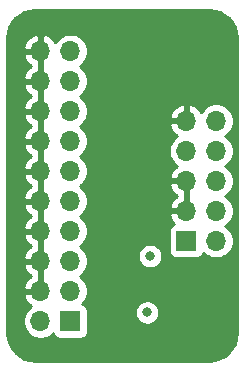
<source format=gbr>
%TF.GenerationSoftware,KiCad,Pcbnew,(5.1.9)-1*%
%TF.CreationDate,2021-11-16T01:46:06-03:00*%
%TF.ProjectId,20-10-adapter,32302d31-302d-4616-9461-707465722e6b,rev?*%
%TF.SameCoordinates,Original*%
%TF.FileFunction,Copper,L2,Inr*%
%TF.FilePolarity,Positive*%
%FSLAX46Y46*%
G04 Gerber Fmt 4.6, Leading zero omitted, Abs format (unit mm)*
G04 Created by KiCad (PCBNEW (5.1.9)-1) date 2021-11-16 01:46:06*
%MOMM*%
%LPD*%
G01*
G04 APERTURE LIST*
%TA.AperFunction,ComponentPad*%
%ADD10R,1.700000X1.700000*%
%TD*%
%TA.AperFunction,ComponentPad*%
%ADD11O,1.700000X1.700000*%
%TD*%
%TA.AperFunction,ViaPad*%
%ADD12C,0.800000*%
%TD*%
%TA.AperFunction,Conductor*%
%ADD13C,0.254000*%
%TD*%
%TA.AperFunction,Conductor*%
%ADD14C,0.100000*%
%TD*%
G04 APERTURE END LIST*
D10*
%TO.N,SWD1*%
%TO.C,J2*%
X126000000Y-79000000D03*
D11*
X123460000Y-79000000D03*
%TO.N,Net-(J2-Pad3)*%
X126000000Y-76460000D03*
%TO.N,GND*%
X123460000Y-76460000D03*
%TO.N,Net-(J2-Pad5)*%
X126000000Y-73920000D03*
%TO.N,GND*%
X123460000Y-73920000D03*
%TO.N,SWD2*%
X126000000Y-71380000D03*
%TO.N,GND*%
X123460000Y-71380000D03*
%TO.N,SWD4*%
X126000000Y-68840000D03*
%TO.N,GND*%
X123460000Y-68840000D03*
%TO.N,Net-(J2-Pad11)*%
X126000000Y-66300000D03*
%TO.N,GND*%
X123460000Y-66300000D03*
%TO.N,SWD6*%
X126000000Y-63760000D03*
%TO.N,GND*%
X123460000Y-63760000D03*
%TO.N,SWD10*%
X126000000Y-61220000D03*
%TO.N,GND*%
X123460000Y-61220000D03*
%TO.N,Net-(J2-Pad17)*%
X126000000Y-58680000D03*
%TO.N,GND*%
X123460000Y-58680000D03*
%TO.N,Net-(J2-Pad19)*%
X126000000Y-56140000D03*
%TO.N,GND*%
X123460000Y-56140000D03*
%TD*%
D10*
%TO.N,SWD1*%
%TO.C,J1*%
X135800000Y-72200000D03*
D11*
%TO.N,SWD2*%
X138340000Y-72200000D03*
%TO.N,GND*%
X135800000Y-69660000D03*
%TO.N,SWD4*%
X138340000Y-69660000D03*
%TO.N,GND*%
X135800000Y-67120000D03*
%TO.N,SWD6*%
X138340000Y-67120000D03*
%TO.N,Net-(J1-Pad7)*%
X135800000Y-64580000D03*
%TO.N,Net-(J1-Pad8)*%
X138340000Y-64580000D03*
%TO.N,GND*%
X135800000Y-62040000D03*
%TO.N,SWD10*%
X138340000Y-62040000D03*
%TD*%
D12*
%TO.N,GND*%
X121700000Y-76500000D03*
X121600000Y-73900000D03*
X121700000Y-71400000D03*
X121700000Y-68900000D03*
X121700000Y-66300000D03*
X121700000Y-63800000D03*
X121700000Y-61200000D03*
X121700000Y-58700000D03*
X121700000Y-56100000D03*
X132000000Y-63000000D03*
X139000000Y-80500000D03*
X139000000Y-77500000D03*
X131000000Y-68000000D03*
X131000000Y-55500000D03*
X138500000Y-55500000D03*
X138500000Y-59000000D03*
X131000000Y-59000000D03*
X135000000Y-80500000D03*
X134750000Y-55500000D03*
%TO.N,SWD1*%
X132500000Y-78250000D03*
X132750000Y-73500000D03*
%TD*%
D13*
%TO.N,GND*%
X138203893Y-52707670D02*
X138640498Y-52839489D01*
X139043185Y-53053600D01*
X139396612Y-53341848D01*
X139687327Y-53693261D01*
X139904242Y-54094439D01*
X140039106Y-54530113D01*
X140090000Y-55014344D01*
X140090001Y-79967711D01*
X140042330Y-80453894D01*
X139910512Y-80890497D01*
X139696399Y-81293186D01*
X139408150Y-81646613D01*
X139056739Y-81937327D01*
X138655564Y-82154240D01*
X138219886Y-82289106D01*
X137735664Y-82340000D01*
X123032279Y-82340000D01*
X122546106Y-82292330D01*
X122109503Y-82160512D01*
X121706814Y-81946399D01*
X121353387Y-81658150D01*
X121062673Y-81306739D01*
X120845760Y-80905564D01*
X120710894Y-80469886D01*
X120660000Y-79985664D01*
X120660000Y-78853740D01*
X121975000Y-78853740D01*
X121975000Y-79146260D01*
X122032068Y-79433158D01*
X122144010Y-79703411D01*
X122306525Y-79946632D01*
X122513368Y-80153475D01*
X122756589Y-80315990D01*
X123026842Y-80427932D01*
X123313740Y-80485000D01*
X123606260Y-80485000D01*
X123893158Y-80427932D01*
X124163411Y-80315990D01*
X124406632Y-80153475D01*
X124538487Y-80021620D01*
X124560498Y-80094180D01*
X124619463Y-80204494D01*
X124698815Y-80301185D01*
X124795506Y-80380537D01*
X124905820Y-80439502D01*
X125025518Y-80475812D01*
X125150000Y-80488072D01*
X126850000Y-80488072D01*
X126974482Y-80475812D01*
X127094180Y-80439502D01*
X127204494Y-80380537D01*
X127301185Y-80301185D01*
X127380537Y-80204494D01*
X127439502Y-80094180D01*
X127475812Y-79974482D01*
X127488072Y-79850000D01*
X127488072Y-78150000D01*
X127487882Y-78148061D01*
X131465000Y-78148061D01*
X131465000Y-78351939D01*
X131504774Y-78551898D01*
X131582795Y-78740256D01*
X131696063Y-78909774D01*
X131840226Y-79053937D01*
X132009744Y-79167205D01*
X132198102Y-79245226D01*
X132398061Y-79285000D01*
X132601939Y-79285000D01*
X132801898Y-79245226D01*
X132990256Y-79167205D01*
X133159774Y-79053937D01*
X133303937Y-78909774D01*
X133417205Y-78740256D01*
X133495226Y-78551898D01*
X133535000Y-78351939D01*
X133535000Y-78148061D01*
X133495226Y-77948102D01*
X133417205Y-77759744D01*
X133303937Y-77590226D01*
X133159774Y-77446063D01*
X132990256Y-77332795D01*
X132801898Y-77254774D01*
X132601939Y-77215000D01*
X132398061Y-77215000D01*
X132198102Y-77254774D01*
X132009744Y-77332795D01*
X131840226Y-77446063D01*
X131696063Y-77590226D01*
X131582795Y-77759744D01*
X131504774Y-77948102D01*
X131465000Y-78148061D01*
X127487882Y-78148061D01*
X127475812Y-78025518D01*
X127439502Y-77905820D01*
X127380537Y-77795506D01*
X127301185Y-77698815D01*
X127204494Y-77619463D01*
X127094180Y-77560498D01*
X127021620Y-77538487D01*
X127153475Y-77406632D01*
X127315990Y-77163411D01*
X127427932Y-76893158D01*
X127485000Y-76606260D01*
X127485000Y-76313740D01*
X127427932Y-76026842D01*
X127315990Y-75756589D01*
X127153475Y-75513368D01*
X126946632Y-75306525D01*
X126772240Y-75190000D01*
X126946632Y-75073475D01*
X127153475Y-74866632D01*
X127315990Y-74623411D01*
X127427932Y-74353158D01*
X127485000Y-74066260D01*
X127485000Y-73773740D01*
X127427932Y-73486842D01*
X127391158Y-73398061D01*
X131715000Y-73398061D01*
X131715000Y-73601939D01*
X131754774Y-73801898D01*
X131832795Y-73990256D01*
X131946063Y-74159774D01*
X132090226Y-74303937D01*
X132259744Y-74417205D01*
X132448102Y-74495226D01*
X132648061Y-74535000D01*
X132851939Y-74535000D01*
X133051898Y-74495226D01*
X133240256Y-74417205D01*
X133409774Y-74303937D01*
X133553937Y-74159774D01*
X133667205Y-73990256D01*
X133745226Y-73801898D01*
X133785000Y-73601939D01*
X133785000Y-73398061D01*
X133745226Y-73198102D01*
X133667205Y-73009744D01*
X133553937Y-72840226D01*
X133409774Y-72696063D01*
X133240256Y-72582795D01*
X133051898Y-72504774D01*
X132851939Y-72465000D01*
X132648061Y-72465000D01*
X132448102Y-72504774D01*
X132259744Y-72582795D01*
X132090226Y-72696063D01*
X131946063Y-72840226D01*
X131832795Y-73009744D01*
X131754774Y-73198102D01*
X131715000Y-73398061D01*
X127391158Y-73398061D01*
X127315990Y-73216589D01*
X127153475Y-72973368D01*
X126946632Y-72766525D01*
X126772240Y-72650000D01*
X126946632Y-72533475D01*
X127153475Y-72326632D01*
X127315990Y-72083411D01*
X127427932Y-71813158D01*
X127485000Y-71526260D01*
X127485000Y-71350000D01*
X134311928Y-71350000D01*
X134311928Y-73050000D01*
X134324188Y-73174482D01*
X134360498Y-73294180D01*
X134419463Y-73404494D01*
X134498815Y-73501185D01*
X134595506Y-73580537D01*
X134705820Y-73639502D01*
X134825518Y-73675812D01*
X134950000Y-73688072D01*
X136650000Y-73688072D01*
X136774482Y-73675812D01*
X136894180Y-73639502D01*
X137004494Y-73580537D01*
X137101185Y-73501185D01*
X137180537Y-73404494D01*
X137239502Y-73294180D01*
X137261513Y-73221620D01*
X137393368Y-73353475D01*
X137636589Y-73515990D01*
X137906842Y-73627932D01*
X138193740Y-73685000D01*
X138486260Y-73685000D01*
X138773158Y-73627932D01*
X139043411Y-73515990D01*
X139286632Y-73353475D01*
X139493475Y-73146632D01*
X139655990Y-72903411D01*
X139767932Y-72633158D01*
X139825000Y-72346260D01*
X139825000Y-72053740D01*
X139767932Y-71766842D01*
X139655990Y-71496589D01*
X139493475Y-71253368D01*
X139286632Y-71046525D01*
X139112240Y-70930000D01*
X139286632Y-70813475D01*
X139493475Y-70606632D01*
X139655990Y-70363411D01*
X139767932Y-70093158D01*
X139825000Y-69806260D01*
X139825000Y-69513740D01*
X139767932Y-69226842D01*
X139655990Y-68956589D01*
X139493475Y-68713368D01*
X139286632Y-68506525D01*
X139112240Y-68390000D01*
X139286632Y-68273475D01*
X139493475Y-68066632D01*
X139655990Y-67823411D01*
X139767932Y-67553158D01*
X139825000Y-67266260D01*
X139825000Y-66973740D01*
X139767932Y-66686842D01*
X139655990Y-66416589D01*
X139493475Y-66173368D01*
X139286632Y-65966525D01*
X139112240Y-65850000D01*
X139286632Y-65733475D01*
X139493475Y-65526632D01*
X139655990Y-65283411D01*
X139767932Y-65013158D01*
X139825000Y-64726260D01*
X139825000Y-64433740D01*
X139767932Y-64146842D01*
X139655990Y-63876589D01*
X139493475Y-63633368D01*
X139286632Y-63426525D01*
X139112240Y-63310000D01*
X139286632Y-63193475D01*
X139493475Y-62986632D01*
X139655990Y-62743411D01*
X139767932Y-62473158D01*
X139825000Y-62186260D01*
X139825000Y-61893740D01*
X139767932Y-61606842D01*
X139655990Y-61336589D01*
X139493475Y-61093368D01*
X139286632Y-60886525D01*
X139043411Y-60724010D01*
X138773158Y-60612068D01*
X138486260Y-60555000D01*
X138193740Y-60555000D01*
X137906842Y-60612068D01*
X137636589Y-60724010D01*
X137393368Y-60886525D01*
X137186525Y-61093368D01*
X137068900Y-61269406D01*
X136897588Y-61039731D01*
X136681355Y-60844822D01*
X136431252Y-60695843D01*
X136156891Y-60598519D01*
X135927000Y-60719186D01*
X135927000Y-61913000D01*
X135947000Y-61913000D01*
X135947000Y-62167000D01*
X135927000Y-62167000D01*
X135927000Y-62187000D01*
X135673000Y-62187000D01*
X135673000Y-62167000D01*
X134479845Y-62167000D01*
X134358524Y-62396890D01*
X134403175Y-62544099D01*
X134528359Y-62806920D01*
X134702412Y-63040269D01*
X134918645Y-63235178D01*
X135035534Y-63304805D01*
X134853368Y-63426525D01*
X134646525Y-63633368D01*
X134484010Y-63876589D01*
X134372068Y-64146842D01*
X134315000Y-64433740D01*
X134315000Y-64726260D01*
X134372068Y-65013158D01*
X134484010Y-65283411D01*
X134646525Y-65526632D01*
X134853368Y-65733475D01*
X135035534Y-65855195D01*
X134918645Y-65924822D01*
X134702412Y-66119731D01*
X134528359Y-66353080D01*
X134403175Y-66615901D01*
X134358524Y-66763110D01*
X134479845Y-66993000D01*
X135673000Y-66993000D01*
X135673000Y-66973000D01*
X135927000Y-66973000D01*
X135927000Y-66993000D01*
X135947000Y-66993000D01*
X135947000Y-67247000D01*
X135927000Y-67247000D01*
X135927000Y-69533000D01*
X135947000Y-69533000D01*
X135947000Y-69787000D01*
X135927000Y-69787000D01*
X135927000Y-69807000D01*
X135673000Y-69807000D01*
X135673000Y-69787000D01*
X134479845Y-69787000D01*
X134358524Y-70016890D01*
X134403175Y-70164099D01*
X134528359Y-70426920D01*
X134702412Y-70660269D01*
X134786466Y-70736034D01*
X134705820Y-70760498D01*
X134595506Y-70819463D01*
X134498815Y-70898815D01*
X134419463Y-70995506D01*
X134360498Y-71105820D01*
X134324188Y-71225518D01*
X134311928Y-71350000D01*
X127485000Y-71350000D01*
X127485000Y-71233740D01*
X127427932Y-70946842D01*
X127315990Y-70676589D01*
X127153475Y-70433368D01*
X126946632Y-70226525D01*
X126772240Y-70110000D01*
X126946632Y-69993475D01*
X127153475Y-69786632D01*
X127315990Y-69543411D01*
X127427932Y-69273158D01*
X127485000Y-68986260D01*
X127485000Y-68693740D01*
X127427932Y-68406842D01*
X127315990Y-68136589D01*
X127153475Y-67893368D01*
X126946632Y-67686525D01*
X126772240Y-67570000D01*
X126911588Y-67476890D01*
X134358524Y-67476890D01*
X134403175Y-67624099D01*
X134528359Y-67886920D01*
X134702412Y-68120269D01*
X134918645Y-68315178D01*
X135044255Y-68390000D01*
X134918645Y-68464822D01*
X134702412Y-68659731D01*
X134528359Y-68893080D01*
X134403175Y-69155901D01*
X134358524Y-69303110D01*
X134479845Y-69533000D01*
X135673000Y-69533000D01*
X135673000Y-67247000D01*
X134479845Y-67247000D01*
X134358524Y-67476890D01*
X126911588Y-67476890D01*
X126946632Y-67453475D01*
X127153475Y-67246632D01*
X127315990Y-67003411D01*
X127427932Y-66733158D01*
X127485000Y-66446260D01*
X127485000Y-66153740D01*
X127427932Y-65866842D01*
X127315990Y-65596589D01*
X127153475Y-65353368D01*
X126946632Y-65146525D01*
X126772240Y-65030000D01*
X126946632Y-64913475D01*
X127153475Y-64706632D01*
X127315990Y-64463411D01*
X127427932Y-64193158D01*
X127485000Y-63906260D01*
X127485000Y-63613740D01*
X127427932Y-63326842D01*
X127315990Y-63056589D01*
X127153475Y-62813368D01*
X126946632Y-62606525D01*
X126772240Y-62490000D01*
X126946632Y-62373475D01*
X127153475Y-62166632D01*
X127315990Y-61923411D01*
X127415525Y-61683110D01*
X134358524Y-61683110D01*
X134479845Y-61913000D01*
X135673000Y-61913000D01*
X135673000Y-60719186D01*
X135443109Y-60598519D01*
X135168748Y-60695843D01*
X134918645Y-60844822D01*
X134702412Y-61039731D01*
X134528359Y-61273080D01*
X134403175Y-61535901D01*
X134358524Y-61683110D01*
X127415525Y-61683110D01*
X127427932Y-61653158D01*
X127485000Y-61366260D01*
X127485000Y-61073740D01*
X127427932Y-60786842D01*
X127315990Y-60516589D01*
X127153475Y-60273368D01*
X126946632Y-60066525D01*
X126772240Y-59950000D01*
X126946632Y-59833475D01*
X127153475Y-59626632D01*
X127315990Y-59383411D01*
X127427932Y-59113158D01*
X127485000Y-58826260D01*
X127485000Y-58533740D01*
X127427932Y-58246842D01*
X127315990Y-57976589D01*
X127153475Y-57733368D01*
X126946632Y-57526525D01*
X126772240Y-57410000D01*
X126946632Y-57293475D01*
X127153475Y-57086632D01*
X127315990Y-56843411D01*
X127427932Y-56573158D01*
X127485000Y-56286260D01*
X127485000Y-55993740D01*
X127427932Y-55706842D01*
X127315990Y-55436589D01*
X127153475Y-55193368D01*
X126946632Y-54986525D01*
X126703411Y-54824010D01*
X126433158Y-54712068D01*
X126146260Y-54655000D01*
X125853740Y-54655000D01*
X125566842Y-54712068D01*
X125296589Y-54824010D01*
X125053368Y-54986525D01*
X124846525Y-55193368D01*
X124728900Y-55369406D01*
X124557588Y-55139731D01*
X124341355Y-54944822D01*
X124091252Y-54795843D01*
X123816891Y-54698519D01*
X123587000Y-54819186D01*
X123587000Y-56013000D01*
X123607000Y-56013000D01*
X123607000Y-56267000D01*
X123587000Y-56267000D01*
X123587000Y-58553000D01*
X123607000Y-58553000D01*
X123607000Y-58807000D01*
X123587000Y-58807000D01*
X123587000Y-61093000D01*
X123607000Y-61093000D01*
X123607000Y-61347000D01*
X123587000Y-61347000D01*
X123587000Y-63633000D01*
X123607000Y-63633000D01*
X123607000Y-63887000D01*
X123587000Y-63887000D01*
X123587000Y-66173000D01*
X123607000Y-66173000D01*
X123607000Y-66427000D01*
X123587000Y-66427000D01*
X123587000Y-68713000D01*
X123607000Y-68713000D01*
X123607000Y-68967000D01*
X123587000Y-68967000D01*
X123587000Y-71253000D01*
X123607000Y-71253000D01*
X123607000Y-71507000D01*
X123587000Y-71507000D01*
X123587000Y-73793000D01*
X123607000Y-73793000D01*
X123607000Y-74047000D01*
X123587000Y-74047000D01*
X123587000Y-76333000D01*
X123607000Y-76333000D01*
X123607000Y-76587000D01*
X123587000Y-76587000D01*
X123587000Y-76607000D01*
X123333000Y-76607000D01*
X123333000Y-76587000D01*
X122139845Y-76587000D01*
X122018524Y-76816890D01*
X122063175Y-76964099D01*
X122188359Y-77226920D01*
X122362412Y-77460269D01*
X122578645Y-77655178D01*
X122695534Y-77724805D01*
X122513368Y-77846525D01*
X122306525Y-78053368D01*
X122144010Y-78296589D01*
X122032068Y-78566842D01*
X121975000Y-78853740D01*
X120660000Y-78853740D01*
X120660000Y-74276890D01*
X122018524Y-74276890D01*
X122063175Y-74424099D01*
X122188359Y-74686920D01*
X122362412Y-74920269D01*
X122578645Y-75115178D01*
X122704255Y-75190000D01*
X122578645Y-75264822D01*
X122362412Y-75459731D01*
X122188359Y-75693080D01*
X122063175Y-75955901D01*
X122018524Y-76103110D01*
X122139845Y-76333000D01*
X123333000Y-76333000D01*
X123333000Y-74047000D01*
X122139845Y-74047000D01*
X122018524Y-74276890D01*
X120660000Y-74276890D01*
X120660000Y-71736890D01*
X122018524Y-71736890D01*
X122063175Y-71884099D01*
X122188359Y-72146920D01*
X122362412Y-72380269D01*
X122578645Y-72575178D01*
X122704255Y-72650000D01*
X122578645Y-72724822D01*
X122362412Y-72919731D01*
X122188359Y-73153080D01*
X122063175Y-73415901D01*
X122018524Y-73563110D01*
X122139845Y-73793000D01*
X123333000Y-73793000D01*
X123333000Y-71507000D01*
X122139845Y-71507000D01*
X122018524Y-71736890D01*
X120660000Y-71736890D01*
X120660000Y-69196890D01*
X122018524Y-69196890D01*
X122063175Y-69344099D01*
X122188359Y-69606920D01*
X122362412Y-69840269D01*
X122578645Y-70035178D01*
X122704255Y-70110000D01*
X122578645Y-70184822D01*
X122362412Y-70379731D01*
X122188359Y-70613080D01*
X122063175Y-70875901D01*
X122018524Y-71023110D01*
X122139845Y-71253000D01*
X123333000Y-71253000D01*
X123333000Y-68967000D01*
X122139845Y-68967000D01*
X122018524Y-69196890D01*
X120660000Y-69196890D01*
X120660000Y-66656890D01*
X122018524Y-66656890D01*
X122063175Y-66804099D01*
X122188359Y-67066920D01*
X122362412Y-67300269D01*
X122578645Y-67495178D01*
X122704255Y-67570000D01*
X122578645Y-67644822D01*
X122362412Y-67839731D01*
X122188359Y-68073080D01*
X122063175Y-68335901D01*
X122018524Y-68483110D01*
X122139845Y-68713000D01*
X123333000Y-68713000D01*
X123333000Y-66427000D01*
X122139845Y-66427000D01*
X122018524Y-66656890D01*
X120660000Y-66656890D01*
X120660000Y-64116890D01*
X122018524Y-64116890D01*
X122063175Y-64264099D01*
X122188359Y-64526920D01*
X122362412Y-64760269D01*
X122578645Y-64955178D01*
X122704255Y-65030000D01*
X122578645Y-65104822D01*
X122362412Y-65299731D01*
X122188359Y-65533080D01*
X122063175Y-65795901D01*
X122018524Y-65943110D01*
X122139845Y-66173000D01*
X123333000Y-66173000D01*
X123333000Y-63887000D01*
X122139845Y-63887000D01*
X122018524Y-64116890D01*
X120660000Y-64116890D01*
X120660000Y-61576890D01*
X122018524Y-61576890D01*
X122063175Y-61724099D01*
X122188359Y-61986920D01*
X122362412Y-62220269D01*
X122578645Y-62415178D01*
X122704255Y-62490000D01*
X122578645Y-62564822D01*
X122362412Y-62759731D01*
X122188359Y-62993080D01*
X122063175Y-63255901D01*
X122018524Y-63403110D01*
X122139845Y-63633000D01*
X123333000Y-63633000D01*
X123333000Y-61347000D01*
X122139845Y-61347000D01*
X122018524Y-61576890D01*
X120660000Y-61576890D01*
X120660000Y-59036890D01*
X122018524Y-59036890D01*
X122063175Y-59184099D01*
X122188359Y-59446920D01*
X122362412Y-59680269D01*
X122578645Y-59875178D01*
X122704255Y-59950000D01*
X122578645Y-60024822D01*
X122362412Y-60219731D01*
X122188359Y-60453080D01*
X122063175Y-60715901D01*
X122018524Y-60863110D01*
X122139845Y-61093000D01*
X123333000Y-61093000D01*
X123333000Y-58807000D01*
X122139845Y-58807000D01*
X122018524Y-59036890D01*
X120660000Y-59036890D01*
X120660000Y-56496890D01*
X122018524Y-56496890D01*
X122063175Y-56644099D01*
X122188359Y-56906920D01*
X122362412Y-57140269D01*
X122578645Y-57335178D01*
X122704255Y-57410000D01*
X122578645Y-57484822D01*
X122362412Y-57679731D01*
X122188359Y-57913080D01*
X122063175Y-58175901D01*
X122018524Y-58323110D01*
X122139845Y-58553000D01*
X123333000Y-58553000D01*
X123333000Y-56267000D01*
X122139845Y-56267000D01*
X122018524Y-56496890D01*
X120660000Y-56496890D01*
X120660000Y-55783110D01*
X122018524Y-55783110D01*
X122139845Y-56013000D01*
X123333000Y-56013000D01*
X123333000Y-54819186D01*
X123103109Y-54698519D01*
X122828748Y-54795843D01*
X122578645Y-54944822D01*
X122362412Y-55139731D01*
X122188359Y-55373080D01*
X122063175Y-55635901D01*
X122018524Y-55783110D01*
X120660000Y-55783110D01*
X120660000Y-55032279D01*
X120707670Y-54546107D01*
X120839489Y-54109502D01*
X121053600Y-53706815D01*
X121341848Y-53353388D01*
X121693261Y-53062673D01*
X122094439Y-52845758D01*
X122530113Y-52710894D01*
X123014344Y-52660000D01*
X137717721Y-52660000D01*
X138203893Y-52707670D01*
%TA.AperFunction,Conductor*%
D14*
G36*
X138203893Y-52707670D02*
G01*
X138640498Y-52839489D01*
X139043185Y-53053600D01*
X139396612Y-53341848D01*
X139687327Y-53693261D01*
X139904242Y-54094439D01*
X140039106Y-54530113D01*
X140090000Y-55014344D01*
X140090001Y-79967711D01*
X140042330Y-80453894D01*
X139910512Y-80890497D01*
X139696399Y-81293186D01*
X139408150Y-81646613D01*
X139056739Y-81937327D01*
X138655564Y-82154240D01*
X138219886Y-82289106D01*
X137735664Y-82340000D01*
X123032279Y-82340000D01*
X122546106Y-82292330D01*
X122109503Y-82160512D01*
X121706814Y-81946399D01*
X121353387Y-81658150D01*
X121062673Y-81306739D01*
X120845760Y-80905564D01*
X120710894Y-80469886D01*
X120660000Y-79985664D01*
X120660000Y-78853740D01*
X121975000Y-78853740D01*
X121975000Y-79146260D01*
X122032068Y-79433158D01*
X122144010Y-79703411D01*
X122306525Y-79946632D01*
X122513368Y-80153475D01*
X122756589Y-80315990D01*
X123026842Y-80427932D01*
X123313740Y-80485000D01*
X123606260Y-80485000D01*
X123893158Y-80427932D01*
X124163411Y-80315990D01*
X124406632Y-80153475D01*
X124538487Y-80021620D01*
X124560498Y-80094180D01*
X124619463Y-80204494D01*
X124698815Y-80301185D01*
X124795506Y-80380537D01*
X124905820Y-80439502D01*
X125025518Y-80475812D01*
X125150000Y-80488072D01*
X126850000Y-80488072D01*
X126974482Y-80475812D01*
X127094180Y-80439502D01*
X127204494Y-80380537D01*
X127301185Y-80301185D01*
X127380537Y-80204494D01*
X127439502Y-80094180D01*
X127475812Y-79974482D01*
X127488072Y-79850000D01*
X127488072Y-78150000D01*
X127487882Y-78148061D01*
X131465000Y-78148061D01*
X131465000Y-78351939D01*
X131504774Y-78551898D01*
X131582795Y-78740256D01*
X131696063Y-78909774D01*
X131840226Y-79053937D01*
X132009744Y-79167205D01*
X132198102Y-79245226D01*
X132398061Y-79285000D01*
X132601939Y-79285000D01*
X132801898Y-79245226D01*
X132990256Y-79167205D01*
X133159774Y-79053937D01*
X133303937Y-78909774D01*
X133417205Y-78740256D01*
X133495226Y-78551898D01*
X133535000Y-78351939D01*
X133535000Y-78148061D01*
X133495226Y-77948102D01*
X133417205Y-77759744D01*
X133303937Y-77590226D01*
X133159774Y-77446063D01*
X132990256Y-77332795D01*
X132801898Y-77254774D01*
X132601939Y-77215000D01*
X132398061Y-77215000D01*
X132198102Y-77254774D01*
X132009744Y-77332795D01*
X131840226Y-77446063D01*
X131696063Y-77590226D01*
X131582795Y-77759744D01*
X131504774Y-77948102D01*
X131465000Y-78148061D01*
X127487882Y-78148061D01*
X127475812Y-78025518D01*
X127439502Y-77905820D01*
X127380537Y-77795506D01*
X127301185Y-77698815D01*
X127204494Y-77619463D01*
X127094180Y-77560498D01*
X127021620Y-77538487D01*
X127153475Y-77406632D01*
X127315990Y-77163411D01*
X127427932Y-76893158D01*
X127485000Y-76606260D01*
X127485000Y-76313740D01*
X127427932Y-76026842D01*
X127315990Y-75756589D01*
X127153475Y-75513368D01*
X126946632Y-75306525D01*
X126772240Y-75190000D01*
X126946632Y-75073475D01*
X127153475Y-74866632D01*
X127315990Y-74623411D01*
X127427932Y-74353158D01*
X127485000Y-74066260D01*
X127485000Y-73773740D01*
X127427932Y-73486842D01*
X127391158Y-73398061D01*
X131715000Y-73398061D01*
X131715000Y-73601939D01*
X131754774Y-73801898D01*
X131832795Y-73990256D01*
X131946063Y-74159774D01*
X132090226Y-74303937D01*
X132259744Y-74417205D01*
X132448102Y-74495226D01*
X132648061Y-74535000D01*
X132851939Y-74535000D01*
X133051898Y-74495226D01*
X133240256Y-74417205D01*
X133409774Y-74303937D01*
X133553937Y-74159774D01*
X133667205Y-73990256D01*
X133745226Y-73801898D01*
X133785000Y-73601939D01*
X133785000Y-73398061D01*
X133745226Y-73198102D01*
X133667205Y-73009744D01*
X133553937Y-72840226D01*
X133409774Y-72696063D01*
X133240256Y-72582795D01*
X133051898Y-72504774D01*
X132851939Y-72465000D01*
X132648061Y-72465000D01*
X132448102Y-72504774D01*
X132259744Y-72582795D01*
X132090226Y-72696063D01*
X131946063Y-72840226D01*
X131832795Y-73009744D01*
X131754774Y-73198102D01*
X131715000Y-73398061D01*
X127391158Y-73398061D01*
X127315990Y-73216589D01*
X127153475Y-72973368D01*
X126946632Y-72766525D01*
X126772240Y-72650000D01*
X126946632Y-72533475D01*
X127153475Y-72326632D01*
X127315990Y-72083411D01*
X127427932Y-71813158D01*
X127485000Y-71526260D01*
X127485000Y-71350000D01*
X134311928Y-71350000D01*
X134311928Y-73050000D01*
X134324188Y-73174482D01*
X134360498Y-73294180D01*
X134419463Y-73404494D01*
X134498815Y-73501185D01*
X134595506Y-73580537D01*
X134705820Y-73639502D01*
X134825518Y-73675812D01*
X134950000Y-73688072D01*
X136650000Y-73688072D01*
X136774482Y-73675812D01*
X136894180Y-73639502D01*
X137004494Y-73580537D01*
X137101185Y-73501185D01*
X137180537Y-73404494D01*
X137239502Y-73294180D01*
X137261513Y-73221620D01*
X137393368Y-73353475D01*
X137636589Y-73515990D01*
X137906842Y-73627932D01*
X138193740Y-73685000D01*
X138486260Y-73685000D01*
X138773158Y-73627932D01*
X139043411Y-73515990D01*
X139286632Y-73353475D01*
X139493475Y-73146632D01*
X139655990Y-72903411D01*
X139767932Y-72633158D01*
X139825000Y-72346260D01*
X139825000Y-72053740D01*
X139767932Y-71766842D01*
X139655990Y-71496589D01*
X139493475Y-71253368D01*
X139286632Y-71046525D01*
X139112240Y-70930000D01*
X139286632Y-70813475D01*
X139493475Y-70606632D01*
X139655990Y-70363411D01*
X139767932Y-70093158D01*
X139825000Y-69806260D01*
X139825000Y-69513740D01*
X139767932Y-69226842D01*
X139655990Y-68956589D01*
X139493475Y-68713368D01*
X139286632Y-68506525D01*
X139112240Y-68390000D01*
X139286632Y-68273475D01*
X139493475Y-68066632D01*
X139655990Y-67823411D01*
X139767932Y-67553158D01*
X139825000Y-67266260D01*
X139825000Y-66973740D01*
X139767932Y-66686842D01*
X139655990Y-66416589D01*
X139493475Y-66173368D01*
X139286632Y-65966525D01*
X139112240Y-65850000D01*
X139286632Y-65733475D01*
X139493475Y-65526632D01*
X139655990Y-65283411D01*
X139767932Y-65013158D01*
X139825000Y-64726260D01*
X139825000Y-64433740D01*
X139767932Y-64146842D01*
X139655990Y-63876589D01*
X139493475Y-63633368D01*
X139286632Y-63426525D01*
X139112240Y-63310000D01*
X139286632Y-63193475D01*
X139493475Y-62986632D01*
X139655990Y-62743411D01*
X139767932Y-62473158D01*
X139825000Y-62186260D01*
X139825000Y-61893740D01*
X139767932Y-61606842D01*
X139655990Y-61336589D01*
X139493475Y-61093368D01*
X139286632Y-60886525D01*
X139043411Y-60724010D01*
X138773158Y-60612068D01*
X138486260Y-60555000D01*
X138193740Y-60555000D01*
X137906842Y-60612068D01*
X137636589Y-60724010D01*
X137393368Y-60886525D01*
X137186525Y-61093368D01*
X137068900Y-61269406D01*
X136897588Y-61039731D01*
X136681355Y-60844822D01*
X136431252Y-60695843D01*
X136156891Y-60598519D01*
X135927000Y-60719186D01*
X135927000Y-61913000D01*
X135947000Y-61913000D01*
X135947000Y-62167000D01*
X135927000Y-62167000D01*
X135927000Y-62187000D01*
X135673000Y-62187000D01*
X135673000Y-62167000D01*
X134479845Y-62167000D01*
X134358524Y-62396890D01*
X134403175Y-62544099D01*
X134528359Y-62806920D01*
X134702412Y-63040269D01*
X134918645Y-63235178D01*
X135035534Y-63304805D01*
X134853368Y-63426525D01*
X134646525Y-63633368D01*
X134484010Y-63876589D01*
X134372068Y-64146842D01*
X134315000Y-64433740D01*
X134315000Y-64726260D01*
X134372068Y-65013158D01*
X134484010Y-65283411D01*
X134646525Y-65526632D01*
X134853368Y-65733475D01*
X135035534Y-65855195D01*
X134918645Y-65924822D01*
X134702412Y-66119731D01*
X134528359Y-66353080D01*
X134403175Y-66615901D01*
X134358524Y-66763110D01*
X134479845Y-66993000D01*
X135673000Y-66993000D01*
X135673000Y-66973000D01*
X135927000Y-66973000D01*
X135927000Y-66993000D01*
X135947000Y-66993000D01*
X135947000Y-67247000D01*
X135927000Y-67247000D01*
X135927000Y-69533000D01*
X135947000Y-69533000D01*
X135947000Y-69787000D01*
X135927000Y-69787000D01*
X135927000Y-69807000D01*
X135673000Y-69807000D01*
X135673000Y-69787000D01*
X134479845Y-69787000D01*
X134358524Y-70016890D01*
X134403175Y-70164099D01*
X134528359Y-70426920D01*
X134702412Y-70660269D01*
X134786466Y-70736034D01*
X134705820Y-70760498D01*
X134595506Y-70819463D01*
X134498815Y-70898815D01*
X134419463Y-70995506D01*
X134360498Y-71105820D01*
X134324188Y-71225518D01*
X134311928Y-71350000D01*
X127485000Y-71350000D01*
X127485000Y-71233740D01*
X127427932Y-70946842D01*
X127315990Y-70676589D01*
X127153475Y-70433368D01*
X126946632Y-70226525D01*
X126772240Y-70110000D01*
X126946632Y-69993475D01*
X127153475Y-69786632D01*
X127315990Y-69543411D01*
X127427932Y-69273158D01*
X127485000Y-68986260D01*
X127485000Y-68693740D01*
X127427932Y-68406842D01*
X127315990Y-68136589D01*
X127153475Y-67893368D01*
X126946632Y-67686525D01*
X126772240Y-67570000D01*
X126911588Y-67476890D01*
X134358524Y-67476890D01*
X134403175Y-67624099D01*
X134528359Y-67886920D01*
X134702412Y-68120269D01*
X134918645Y-68315178D01*
X135044255Y-68390000D01*
X134918645Y-68464822D01*
X134702412Y-68659731D01*
X134528359Y-68893080D01*
X134403175Y-69155901D01*
X134358524Y-69303110D01*
X134479845Y-69533000D01*
X135673000Y-69533000D01*
X135673000Y-67247000D01*
X134479845Y-67247000D01*
X134358524Y-67476890D01*
X126911588Y-67476890D01*
X126946632Y-67453475D01*
X127153475Y-67246632D01*
X127315990Y-67003411D01*
X127427932Y-66733158D01*
X127485000Y-66446260D01*
X127485000Y-66153740D01*
X127427932Y-65866842D01*
X127315990Y-65596589D01*
X127153475Y-65353368D01*
X126946632Y-65146525D01*
X126772240Y-65030000D01*
X126946632Y-64913475D01*
X127153475Y-64706632D01*
X127315990Y-64463411D01*
X127427932Y-64193158D01*
X127485000Y-63906260D01*
X127485000Y-63613740D01*
X127427932Y-63326842D01*
X127315990Y-63056589D01*
X127153475Y-62813368D01*
X126946632Y-62606525D01*
X126772240Y-62490000D01*
X126946632Y-62373475D01*
X127153475Y-62166632D01*
X127315990Y-61923411D01*
X127415525Y-61683110D01*
X134358524Y-61683110D01*
X134479845Y-61913000D01*
X135673000Y-61913000D01*
X135673000Y-60719186D01*
X135443109Y-60598519D01*
X135168748Y-60695843D01*
X134918645Y-60844822D01*
X134702412Y-61039731D01*
X134528359Y-61273080D01*
X134403175Y-61535901D01*
X134358524Y-61683110D01*
X127415525Y-61683110D01*
X127427932Y-61653158D01*
X127485000Y-61366260D01*
X127485000Y-61073740D01*
X127427932Y-60786842D01*
X127315990Y-60516589D01*
X127153475Y-60273368D01*
X126946632Y-60066525D01*
X126772240Y-59950000D01*
X126946632Y-59833475D01*
X127153475Y-59626632D01*
X127315990Y-59383411D01*
X127427932Y-59113158D01*
X127485000Y-58826260D01*
X127485000Y-58533740D01*
X127427932Y-58246842D01*
X127315990Y-57976589D01*
X127153475Y-57733368D01*
X126946632Y-57526525D01*
X126772240Y-57410000D01*
X126946632Y-57293475D01*
X127153475Y-57086632D01*
X127315990Y-56843411D01*
X127427932Y-56573158D01*
X127485000Y-56286260D01*
X127485000Y-55993740D01*
X127427932Y-55706842D01*
X127315990Y-55436589D01*
X127153475Y-55193368D01*
X126946632Y-54986525D01*
X126703411Y-54824010D01*
X126433158Y-54712068D01*
X126146260Y-54655000D01*
X125853740Y-54655000D01*
X125566842Y-54712068D01*
X125296589Y-54824010D01*
X125053368Y-54986525D01*
X124846525Y-55193368D01*
X124728900Y-55369406D01*
X124557588Y-55139731D01*
X124341355Y-54944822D01*
X124091252Y-54795843D01*
X123816891Y-54698519D01*
X123587000Y-54819186D01*
X123587000Y-56013000D01*
X123607000Y-56013000D01*
X123607000Y-56267000D01*
X123587000Y-56267000D01*
X123587000Y-58553000D01*
X123607000Y-58553000D01*
X123607000Y-58807000D01*
X123587000Y-58807000D01*
X123587000Y-61093000D01*
X123607000Y-61093000D01*
X123607000Y-61347000D01*
X123587000Y-61347000D01*
X123587000Y-63633000D01*
X123607000Y-63633000D01*
X123607000Y-63887000D01*
X123587000Y-63887000D01*
X123587000Y-66173000D01*
X123607000Y-66173000D01*
X123607000Y-66427000D01*
X123587000Y-66427000D01*
X123587000Y-68713000D01*
X123607000Y-68713000D01*
X123607000Y-68967000D01*
X123587000Y-68967000D01*
X123587000Y-71253000D01*
X123607000Y-71253000D01*
X123607000Y-71507000D01*
X123587000Y-71507000D01*
X123587000Y-73793000D01*
X123607000Y-73793000D01*
X123607000Y-74047000D01*
X123587000Y-74047000D01*
X123587000Y-76333000D01*
X123607000Y-76333000D01*
X123607000Y-76587000D01*
X123587000Y-76587000D01*
X123587000Y-76607000D01*
X123333000Y-76607000D01*
X123333000Y-76587000D01*
X122139845Y-76587000D01*
X122018524Y-76816890D01*
X122063175Y-76964099D01*
X122188359Y-77226920D01*
X122362412Y-77460269D01*
X122578645Y-77655178D01*
X122695534Y-77724805D01*
X122513368Y-77846525D01*
X122306525Y-78053368D01*
X122144010Y-78296589D01*
X122032068Y-78566842D01*
X121975000Y-78853740D01*
X120660000Y-78853740D01*
X120660000Y-74276890D01*
X122018524Y-74276890D01*
X122063175Y-74424099D01*
X122188359Y-74686920D01*
X122362412Y-74920269D01*
X122578645Y-75115178D01*
X122704255Y-75190000D01*
X122578645Y-75264822D01*
X122362412Y-75459731D01*
X122188359Y-75693080D01*
X122063175Y-75955901D01*
X122018524Y-76103110D01*
X122139845Y-76333000D01*
X123333000Y-76333000D01*
X123333000Y-74047000D01*
X122139845Y-74047000D01*
X122018524Y-74276890D01*
X120660000Y-74276890D01*
X120660000Y-71736890D01*
X122018524Y-71736890D01*
X122063175Y-71884099D01*
X122188359Y-72146920D01*
X122362412Y-72380269D01*
X122578645Y-72575178D01*
X122704255Y-72650000D01*
X122578645Y-72724822D01*
X122362412Y-72919731D01*
X122188359Y-73153080D01*
X122063175Y-73415901D01*
X122018524Y-73563110D01*
X122139845Y-73793000D01*
X123333000Y-73793000D01*
X123333000Y-71507000D01*
X122139845Y-71507000D01*
X122018524Y-71736890D01*
X120660000Y-71736890D01*
X120660000Y-69196890D01*
X122018524Y-69196890D01*
X122063175Y-69344099D01*
X122188359Y-69606920D01*
X122362412Y-69840269D01*
X122578645Y-70035178D01*
X122704255Y-70110000D01*
X122578645Y-70184822D01*
X122362412Y-70379731D01*
X122188359Y-70613080D01*
X122063175Y-70875901D01*
X122018524Y-71023110D01*
X122139845Y-71253000D01*
X123333000Y-71253000D01*
X123333000Y-68967000D01*
X122139845Y-68967000D01*
X122018524Y-69196890D01*
X120660000Y-69196890D01*
X120660000Y-66656890D01*
X122018524Y-66656890D01*
X122063175Y-66804099D01*
X122188359Y-67066920D01*
X122362412Y-67300269D01*
X122578645Y-67495178D01*
X122704255Y-67570000D01*
X122578645Y-67644822D01*
X122362412Y-67839731D01*
X122188359Y-68073080D01*
X122063175Y-68335901D01*
X122018524Y-68483110D01*
X122139845Y-68713000D01*
X123333000Y-68713000D01*
X123333000Y-66427000D01*
X122139845Y-66427000D01*
X122018524Y-66656890D01*
X120660000Y-66656890D01*
X120660000Y-64116890D01*
X122018524Y-64116890D01*
X122063175Y-64264099D01*
X122188359Y-64526920D01*
X122362412Y-64760269D01*
X122578645Y-64955178D01*
X122704255Y-65030000D01*
X122578645Y-65104822D01*
X122362412Y-65299731D01*
X122188359Y-65533080D01*
X122063175Y-65795901D01*
X122018524Y-65943110D01*
X122139845Y-66173000D01*
X123333000Y-66173000D01*
X123333000Y-63887000D01*
X122139845Y-63887000D01*
X122018524Y-64116890D01*
X120660000Y-64116890D01*
X120660000Y-61576890D01*
X122018524Y-61576890D01*
X122063175Y-61724099D01*
X122188359Y-61986920D01*
X122362412Y-62220269D01*
X122578645Y-62415178D01*
X122704255Y-62490000D01*
X122578645Y-62564822D01*
X122362412Y-62759731D01*
X122188359Y-62993080D01*
X122063175Y-63255901D01*
X122018524Y-63403110D01*
X122139845Y-63633000D01*
X123333000Y-63633000D01*
X123333000Y-61347000D01*
X122139845Y-61347000D01*
X122018524Y-61576890D01*
X120660000Y-61576890D01*
X120660000Y-59036890D01*
X122018524Y-59036890D01*
X122063175Y-59184099D01*
X122188359Y-59446920D01*
X122362412Y-59680269D01*
X122578645Y-59875178D01*
X122704255Y-59950000D01*
X122578645Y-60024822D01*
X122362412Y-60219731D01*
X122188359Y-60453080D01*
X122063175Y-60715901D01*
X122018524Y-60863110D01*
X122139845Y-61093000D01*
X123333000Y-61093000D01*
X123333000Y-58807000D01*
X122139845Y-58807000D01*
X122018524Y-59036890D01*
X120660000Y-59036890D01*
X120660000Y-56496890D01*
X122018524Y-56496890D01*
X122063175Y-56644099D01*
X122188359Y-56906920D01*
X122362412Y-57140269D01*
X122578645Y-57335178D01*
X122704255Y-57410000D01*
X122578645Y-57484822D01*
X122362412Y-57679731D01*
X122188359Y-57913080D01*
X122063175Y-58175901D01*
X122018524Y-58323110D01*
X122139845Y-58553000D01*
X123333000Y-58553000D01*
X123333000Y-56267000D01*
X122139845Y-56267000D01*
X122018524Y-56496890D01*
X120660000Y-56496890D01*
X120660000Y-55783110D01*
X122018524Y-55783110D01*
X122139845Y-56013000D01*
X123333000Y-56013000D01*
X123333000Y-54819186D01*
X123103109Y-54698519D01*
X122828748Y-54795843D01*
X122578645Y-54944822D01*
X122362412Y-55139731D01*
X122188359Y-55373080D01*
X122063175Y-55635901D01*
X122018524Y-55783110D01*
X120660000Y-55783110D01*
X120660000Y-55032279D01*
X120707670Y-54546107D01*
X120839489Y-54109502D01*
X121053600Y-53706815D01*
X121341848Y-53353388D01*
X121693261Y-53062673D01*
X122094439Y-52845758D01*
X122530113Y-52710894D01*
X123014344Y-52660000D01*
X137717721Y-52660000D01*
X138203893Y-52707670D01*
G37*
%TD.AperFunction*%
%TD*%
M02*

</source>
